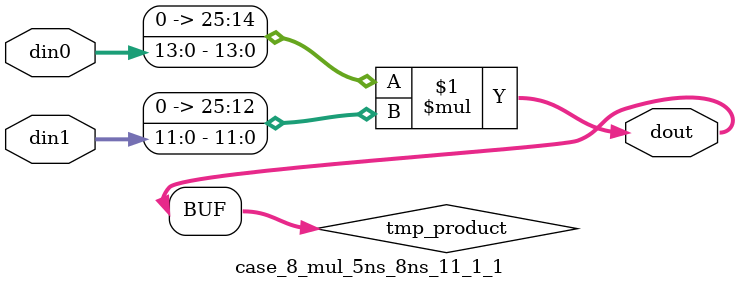
<source format=v>

`timescale 1 ns / 1 ps

 (* use_dsp = "no" *)  module case_8_mul_5ns_8ns_11_1_1(din0, din1, dout);
parameter ID = 1;
parameter NUM_STAGE = 0;
parameter din0_WIDTH = 14;
parameter din1_WIDTH = 12;
parameter dout_WIDTH = 26;

input [din0_WIDTH - 1 : 0] din0; 
input [din1_WIDTH - 1 : 0] din1; 
output [dout_WIDTH - 1 : 0] dout;

wire signed [dout_WIDTH - 1 : 0] tmp_product;
























assign tmp_product = $signed({1'b0, din0}) * $signed({1'b0, din1});











assign dout = tmp_product;





















endmodule

</source>
